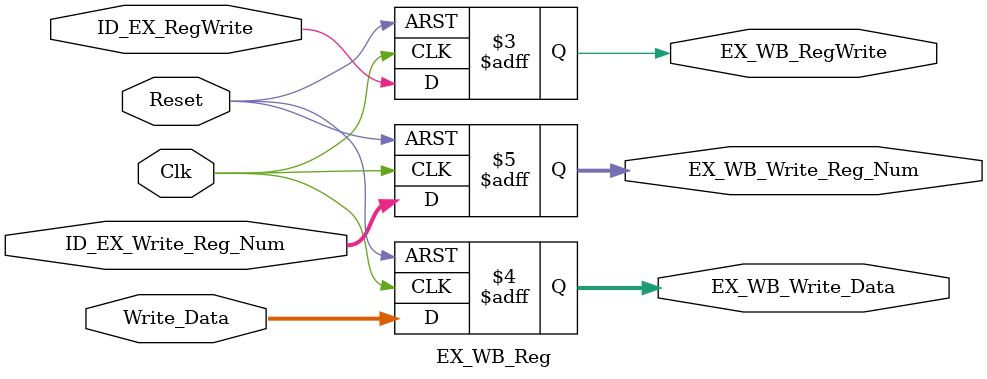
<source format=v>
`timescale 1ns / 1ps
module EX_WB_Reg(
	input Clk, 
	input Reset, 
	input ID_EX_RegWrite, 
	input [7:0] Write_Data, 
	input [2:0] ID_EX_Write_Reg_Num,
	
	output reg EX_WB_RegWrite, 
	output reg [7:0] EX_WB_Write_Data, 
	output reg [2:0] EX_WB_Write_Reg_Num
    );
	 
	 always @(posedge Clk, posedge Reset)
	 begin
		if(Reset == 1)
		begin
			EX_WB_RegWrite <=0;
			EX_WB_Write_Data <=0;
			EX_WB_Write_Reg_Num <=0;
		end
		
		else
		begin
			EX_WB_RegWrite <= ID_EX_RegWrite ;
			EX_WB_Write_Data <= Write_Data;
			EX_WB_Write_Reg_Num <= ID_EX_Write_Reg_Num;
		end
	 end
	 
	


endmodule

</source>
